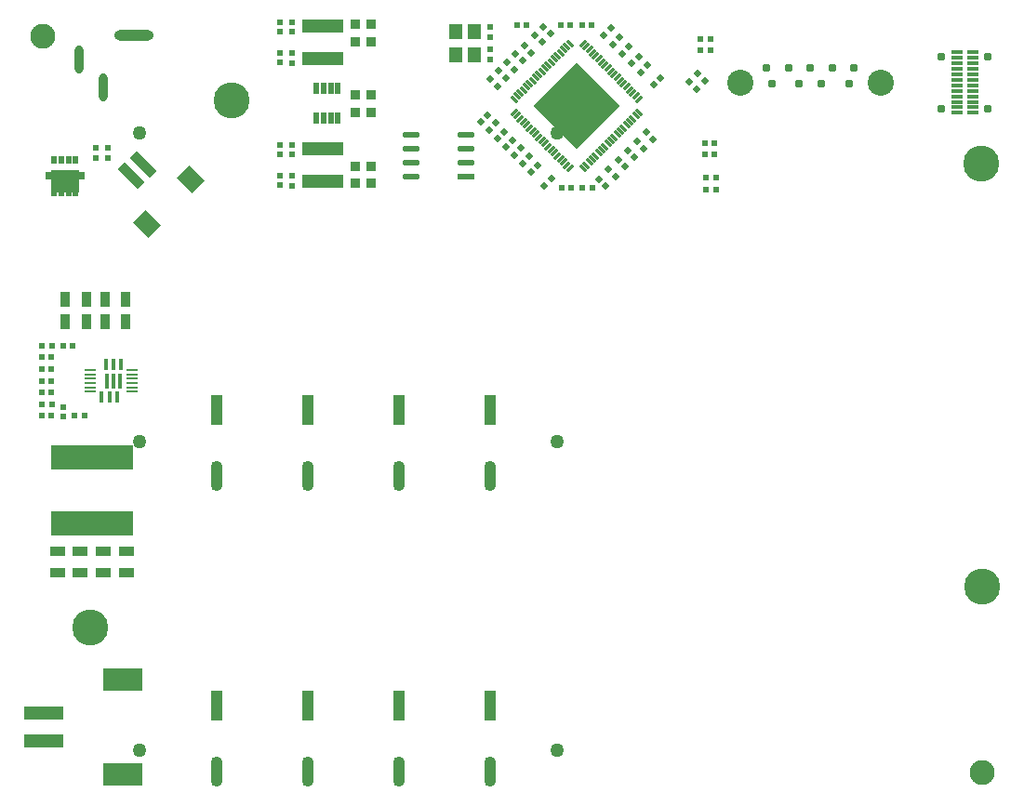
<source format=gts>
G04*
G04 #@! TF.GenerationSoftware,Altium Limited,Altium Designer,24.0.1 (36)*
G04*
G04 Layer_Color=8388736*
%FSLAX44Y44*%
%MOMM*%
G71*
G04*
G04 #@! TF.SameCoordinates,83E8BF3D-B213-456F-A94E-7FD5B374DFB2*
G04*
G04*
G04 #@! TF.FilePolarity,Negative*
G04*
G01*
G75*
%ADD45R,0.4962X0.7362*%
%ADD46P,0.8149X4X270.0*%
%ADD47O,1.5762X0.5762*%
%ADD48R,1.5762X0.5762*%
G04:AMPARAMS|DCode=49|XSize=0.2762mm|YSize=0.8762mm|CornerRadius=0mm|HoleSize=0mm|Usage=FLASHONLY|Rotation=135.000|XOffset=0mm|YOffset=0mm|HoleType=Round|Shape=Round|*
%AMOVALD49*
21,1,0.6000,0.2762,0.0000,0.0000,225.0*
1,1,0.2762,0.2121,0.2121*
1,1,0.2762,-0.2121,-0.2121*
%
%ADD49OVALD49*%

G04:AMPARAMS|DCode=50|XSize=0.2762mm|YSize=0.8762mm|CornerRadius=0mm|HoleSize=0mm|Usage=FLASHONLY|Rotation=45.000|XOffset=0mm|YOffset=0mm|HoleType=Round|Shape=Round|*
%AMOVALD50*
21,1,0.6000,0.2762,0.0000,0.0000,135.0*
1,1,0.2762,0.2121,-0.2121*
1,1,0.2762,-0.2121,0.2121*
%
%ADD50OVALD50*%

%ADD51P,7.8859X4X180.0*%
%ADD52C,2.2700*%
%ADD53R,1.0762X2.7762*%
%ADD54O,1.0762X2.7762*%
%ADD55R,0.5762X0.5762*%
%ADD56R,0.5080X1.0541*%
%ADD57R,0.5762X0.5762*%
%ADD58R,1.3462X0.9652*%
%ADD59R,0.9652X1.3462*%
%ADD60R,1.0762X0.2762*%
%ADD61R,0.3432X1.4262*%
%ADD62R,0.3429X0.9779*%
%ADD63R,0.3429X1.4262*%
%ADD64P,0.8149X4X180.0*%
%ADD65R,1.2762X1.3762*%
%ADD66R,7.5762X2.2762*%
%ADD67R,0.8262X0.9262*%
G04:AMPARAMS|DCode=68|XSize=2.0262mm|YSize=1.5762mm|CornerRadius=0mm|HoleSize=0mm|Usage=FLASHONLY|Rotation=135.000|XOffset=0mm|YOffset=0mm|HoleType=Round|Shape=Rectangle|*
%AMROTATEDRECTD68*
4,1,4,1.2736,-0.1591,0.1591,-1.2736,-1.2736,0.1591,-0.1591,1.2736,1.2736,-0.1591,0.0*
%
%ADD68ROTATEDRECTD68*%

G04:AMPARAMS|DCode=69|XSize=0.8762mm|YSize=2.5762mm|CornerRadius=0mm|HoleSize=0mm|Usage=FLASHONLY|Rotation=225.000|XOffset=0mm|YOffset=0mm|HoleType=Round|Shape=Rectangle|*
%AMROTATEDRECTD69*
4,1,4,-0.6010,1.2206,1.2206,-0.6010,0.6010,-1.2206,-1.2206,0.6010,-0.6010,1.2206,0.0*
%
%ADD69ROTATEDRECTD69*%

%ADD70R,3.7762X1.1762*%
%ADD71R,3.5762X2.0762*%
%ADD72R,3.5762X1.2762*%
%ADD73R,1.0762X0.3762*%
%ADD74C,3.2762*%
%ADD75R,2.5732X2.0332*%
%ADD76R,3.6632X0.7732*%
%ADD77C,0.7772*%
%ADD78C,2.3851*%
%ADD79O,0.7762X2.5762*%
%ADD80O,3.5762X0.9762*%
%ADD81C,0.7762*%
%ADD82C,1.2762*%
D45*
X32160Y592868D02*
D03*
X38660D02*
D03*
X45160D02*
D03*
X51660D02*
D03*
X51660Y622268D02*
D03*
X45160D02*
D03*
X38660D02*
D03*
X32160D02*
D03*
D46*
X465922Y611718D02*
D03*
X471932Y617728D02*
D03*
X464566Y625602D02*
D03*
X458202Y619238D02*
D03*
X443062Y634578D02*
D03*
X449072Y640588D02*
D03*
X450582Y626858D02*
D03*
X456946Y633222D02*
D03*
X427722Y649718D02*
D03*
X434086Y656082D02*
D03*
X441452Y648208D02*
D03*
X435442Y642198D02*
D03*
X420413Y657395D02*
D03*
X426423Y663405D02*
D03*
X549014Y719194D02*
D03*
X555378Y725558D02*
D03*
X540632Y727830D02*
D03*
X546996Y734194D02*
D03*
X557650Y710558D02*
D03*
X564014Y716922D02*
D03*
X484632Y605536D02*
D03*
X478268Y599172D02*
D03*
X532504Y736212D02*
D03*
X538868Y742576D02*
D03*
X578147Y690923D02*
D03*
X584157Y696933D02*
D03*
X566032Y702430D02*
D03*
X572396Y708794D02*
D03*
D47*
X357270Y645668D02*
D03*
Y632968D02*
D03*
Y620268D02*
D03*
Y607568D02*
D03*
X407270Y645668D02*
D03*
Y632968D02*
D03*
Y620268D02*
D03*
D48*
Y607568D02*
D03*
D49*
X501475Y614913D02*
D03*
X498655Y617733D02*
D03*
X495818Y620571D02*
D03*
X492998Y623391D02*
D03*
X490160Y626228D02*
D03*
X487340Y629048D02*
D03*
X484503Y631886D02*
D03*
X481683Y634706D02*
D03*
X478845Y637543D02*
D03*
X476025Y640363D02*
D03*
X473205Y643183D02*
D03*
X470368Y646021D02*
D03*
X467548Y648840D02*
D03*
X464710Y651678D02*
D03*
X461890Y654498D02*
D03*
X459053Y657336D02*
D03*
X456233Y660156D02*
D03*
X453395Y662993D02*
D03*
X450575Y665813D02*
D03*
X513509Y728747D02*
D03*
X516329Y725927D02*
D03*
X519166Y723089D02*
D03*
X521986Y720269D02*
D03*
X524824Y717432D02*
D03*
X527644Y714612D02*
D03*
X530481Y711774D02*
D03*
X533301Y708954D02*
D03*
X536139Y706117D02*
D03*
X538959Y703297D02*
D03*
X541779Y700477D02*
D03*
X544616Y697639D02*
D03*
X547436Y694819D02*
D03*
X550274Y691982D02*
D03*
X553094Y689162D02*
D03*
X555932Y686324D02*
D03*
X558751Y683504D02*
D03*
X561589Y680667D02*
D03*
X564409Y677847D02*
D03*
D50*
X450575D02*
D03*
X453395Y680667D02*
D03*
X456233Y683504D02*
D03*
X459053Y686324D02*
D03*
X461890Y689162D02*
D03*
X464710Y691982D02*
D03*
X467548Y694819D02*
D03*
X470368Y697639D02*
D03*
X473205Y700477D02*
D03*
X476025Y703297D02*
D03*
X478845Y706117D02*
D03*
X481683Y708954D02*
D03*
X484503Y711774D02*
D03*
X487340Y714612D02*
D03*
X490160Y717432D02*
D03*
X492998Y720269D02*
D03*
X495818Y723089D02*
D03*
X498655Y725927D02*
D03*
X501475Y728747D02*
D03*
X564409Y665813D02*
D03*
X561589Y662993D02*
D03*
X558751Y660156D02*
D03*
X555932Y657336D02*
D03*
X553094Y654498D02*
D03*
X550274Y651678D02*
D03*
X547436Y648840D02*
D03*
X544616Y646021D02*
D03*
X541779Y643183D02*
D03*
X538959Y640363D02*
D03*
X536139Y637543D02*
D03*
X533301Y634706D02*
D03*
X530481Y631886D02*
D03*
X527644Y629048D02*
D03*
X524824Y626228D02*
D03*
X521986Y623391D02*
D03*
X519166Y620571D02*
D03*
X516329Y617733D02*
D03*
X513509Y614913D02*
D03*
D51*
X507492Y671830D02*
D03*
D52*
X21844Y735584D02*
D03*
X876808Y65024D02*
D03*
D53*
X428752Y125504D02*
D03*
Y394661D02*
D03*
X263045D02*
D03*
X180191D02*
D03*
X263045Y125504D02*
D03*
X345898Y394661D02*
D03*
X180191Y125504D02*
D03*
X345898D02*
D03*
D54*
X428752Y65504D02*
D03*
Y334661D02*
D03*
X263045D02*
D03*
X180191D02*
D03*
X263045Y65504D02*
D03*
X345898Y334661D02*
D03*
X180191Y65504D02*
D03*
X345898D02*
D03*
D55*
X70358Y624586D02*
D03*
Y633586D02*
D03*
X237236Y627706D02*
D03*
Y636206D02*
D03*
X429006Y713994D02*
D03*
Y722994D02*
D03*
Y743640D02*
D03*
Y734640D02*
D03*
X40386Y397628D02*
D03*
Y389128D02*
D03*
X237490Y599318D02*
D03*
Y607818D02*
D03*
Y748152D02*
D03*
Y739652D02*
D03*
X81280Y633154D02*
D03*
Y624654D02*
D03*
X248412Y607754D02*
D03*
Y599254D02*
D03*
Y739716D02*
D03*
Y748216D02*
D03*
Y627770D02*
D03*
Y636270D02*
D03*
Y719514D02*
D03*
Y711014D02*
D03*
X237490Y711078D02*
D03*
Y719578D02*
D03*
D56*
X270920Y660463D02*
D03*
X277420D02*
D03*
X283920D02*
D03*
X290420D02*
D03*
Y687768D02*
D03*
X283920D02*
D03*
X277420D02*
D03*
X270920D02*
D03*
D57*
X29714Y410718D02*
D03*
X21214D02*
D03*
X40386Y453390D02*
D03*
X48886D02*
D03*
X20932Y400050D02*
D03*
X29932D02*
D03*
X21150Y389382D02*
D03*
X29650D02*
D03*
X29714Y432054D02*
D03*
X21214D02*
D03*
X20932Y453390D02*
D03*
X29932D02*
D03*
X21150Y442722D02*
D03*
X29650D02*
D03*
X634294Y606527D02*
D03*
X625294D02*
D03*
X634294Y595859D02*
D03*
X625294D02*
D03*
X633404Y638048D02*
D03*
X624404D02*
D03*
X501836Y745744D02*
D03*
X493336D02*
D03*
X502412Y596900D02*
D03*
X493912D02*
D03*
X461704Y745744D02*
D03*
X453204D02*
D03*
X624404Y627380D02*
D03*
X633404D02*
D03*
X620340Y722376D02*
D03*
X629340D02*
D03*
X620340Y733044D02*
D03*
X629340D02*
D03*
X512826Y745744D02*
D03*
X521326D02*
D03*
X513148Y596900D02*
D03*
X521648D02*
D03*
X59800Y389382D02*
D03*
X50800D02*
D03*
X29650Y421386D02*
D03*
X21150D02*
D03*
D58*
X76877Y247039D02*
D03*
Y266039D02*
D03*
X97790Y247039D02*
D03*
Y266039D02*
D03*
X35052Y247039D02*
D03*
Y266039D02*
D03*
X55965D02*
D03*
Y247039D02*
D03*
D59*
X42061Y475233D02*
D03*
X61061D02*
D03*
X42061Y495807D02*
D03*
X61061D02*
D03*
X97331Y495810D02*
D03*
X78331D02*
D03*
X97385Y475235D02*
D03*
X78385D02*
D03*
D60*
X103096Y419384D02*
D03*
Y411384D02*
D03*
Y415387D02*
D03*
X65095Y419384D02*
D03*
X103096Y423385D02*
D03*
Y427385D02*
D03*
Y431386D02*
D03*
X65095D02*
D03*
Y427385D02*
D03*
Y423385D02*
D03*
Y415387D02*
D03*
Y411384D02*
D03*
D61*
X91694Y421386D02*
D03*
X79695D02*
D03*
D62*
X75344Y406878D02*
D03*
X82344D02*
D03*
X89345D02*
D03*
X92845Y435895D02*
D03*
X85844D02*
D03*
X78844D02*
D03*
D63*
X85695Y421386D02*
D03*
D64*
X475953Y730039D02*
D03*
X469943Y736049D02*
D03*
X536822Y614052D02*
D03*
X543186Y607688D02*
D03*
X545458Y622688D02*
D03*
X551822Y616324D02*
D03*
X527855Y604731D02*
D03*
X533865Y598721D02*
D03*
X450730Y704970D02*
D03*
X444366Y711334D02*
D03*
X562476Y639452D02*
D03*
X568840Y633088D02*
D03*
X571112Y647834D02*
D03*
X577476Y641470D02*
D03*
X443110Y697350D02*
D03*
X436746Y703714D02*
D03*
X553840Y631070D02*
D03*
X560204Y624706D02*
D03*
X435490Y689730D02*
D03*
X429126Y696094D02*
D03*
X617968Y701054D02*
D03*
X624332Y694690D02*
D03*
X610348Y693434D02*
D03*
X616712Y687070D02*
D03*
X458173Y712767D02*
D03*
X452163Y718777D02*
D03*
X477563Y743669D02*
D03*
X483573Y737659D02*
D03*
X466224Y720210D02*
D03*
X459860Y726574D02*
D03*
D65*
X414900Y718226D02*
D03*
X397900D02*
D03*
X414900Y739226D02*
D03*
X397900D02*
D03*
D66*
X66548Y351564D02*
D03*
Y291564D02*
D03*
D67*
X320316Y665988D02*
D03*
X305816D02*
D03*
X320316Y681736D02*
D03*
X305816D02*
D03*
X320316Y601472D02*
D03*
X305816D02*
D03*
X320316Y616966D02*
D03*
X305816D02*
D03*
X320316Y745998D02*
D03*
X305816D02*
D03*
X320316Y730504D02*
D03*
X305816D02*
D03*
D68*
X156324Y604380D02*
D03*
X116472Y564528D02*
D03*
D69*
X113063Y618395D02*
D03*
X102457Y607789D02*
D03*
D70*
X276606Y632714D02*
D03*
Y602714D02*
D03*
X276352Y714756D02*
D03*
Y744756D02*
D03*
D71*
X94144Y149188D02*
D03*
Y62648D02*
D03*
D72*
X22834Y118418D02*
D03*
Y93418D02*
D03*
D73*
X868006Y720413D02*
D03*
Y695411D02*
D03*
Y715411D02*
D03*
Y710413D02*
D03*
Y705411D02*
D03*
Y700413D02*
D03*
Y665411D02*
D03*
Y690413D02*
D03*
Y685411D02*
D03*
Y680413D02*
D03*
Y675411D02*
D03*
Y670413D02*
D03*
X853606Y720413D02*
D03*
Y695414D02*
D03*
Y715411D02*
D03*
Y710413D02*
D03*
Y705411D02*
D03*
Y700413D02*
D03*
Y665411D02*
D03*
Y690413D02*
D03*
Y685411D02*
D03*
Y680413D02*
D03*
Y675411D02*
D03*
Y670413D02*
D03*
D74*
X876808Y233934D02*
D03*
X193294Y676402D02*
D03*
X875792Y619252D02*
D03*
X65024Y196850D02*
D03*
D75*
X41910Y603418D02*
D03*
D76*
X41910Y607918D02*
D03*
D77*
X685343Y691769D02*
D03*
X710336D02*
D03*
X730352D02*
D03*
X755345D02*
D03*
X680339Y706755D02*
D03*
X700354D02*
D03*
X720344D02*
D03*
X740334D02*
D03*
X760349D02*
D03*
D78*
X784352Y692760D02*
D03*
X656336D02*
D03*
D79*
X54708Y713848D02*
D03*
X76708Y688848D02*
D03*
D80*
X104708Y736348D02*
D03*
D81*
X882306Y716913D02*
D03*
X839306D02*
D03*
Y668912D02*
D03*
X882306D02*
D03*
D82*
X109612Y84786D02*
D03*
X489612D02*
D03*
X109612Y646948D02*
D03*
X489612D02*
D03*
X109612Y366213D02*
D03*
X489612D02*
D03*
M02*

</source>
